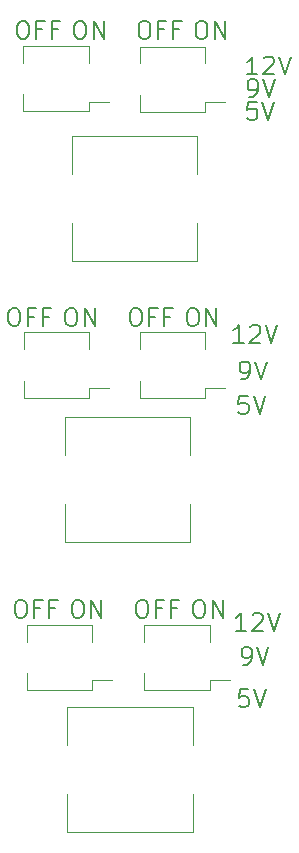
<source format=gbr>
%TF.GenerationSoftware,KiCad,Pcbnew,7.0.2*%
%TF.CreationDate,2023-05-19T15:17:25+02:00*%
%TF.ProjectId,78_1x39_1mm Solr tile,37382c31-7833-4392-9c31-6d6d20536f6c,rev?*%
%TF.SameCoordinates,Original*%
%TF.FileFunction,Legend,Top*%
%TF.FilePolarity,Positive*%
%FSLAX46Y46*%
G04 Gerber Fmt 4.6, Leading zero omitted, Abs format (unit mm)*
G04 Created by KiCad (PCBNEW 7.0.2) date 2023-05-19 15:17:25*
%MOMM*%
%LPD*%
G01*
G04 APERTURE LIST*
%ADD10C,0.200000*%
%ADD11C,0.120000*%
G04 APERTURE END LIST*
D10*
X82479999Y-38356428D02*
X82765713Y-38356428D01*
X82765713Y-38356428D02*
X82908570Y-38427857D01*
X82908570Y-38427857D02*
X83051427Y-38570714D01*
X83051427Y-38570714D02*
X83122856Y-38856428D01*
X83122856Y-38856428D02*
X83122856Y-39356428D01*
X83122856Y-39356428D02*
X83051427Y-39642142D01*
X83051427Y-39642142D02*
X82908570Y-39785000D01*
X82908570Y-39785000D02*
X82765713Y-39856428D01*
X82765713Y-39856428D02*
X82479999Y-39856428D01*
X82479999Y-39856428D02*
X82337142Y-39785000D01*
X82337142Y-39785000D02*
X82194284Y-39642142D01*
X82194284Y-39642142D02*
X82122856Y-39356428D01*
X82122856Y-39356428D02*
X82122856Y-38856428D01*
X82122856Y-38856428D02*
X82194284Y-38570714D01*
X82194284Y-38570714D02*
X82337142Y-38427857D01*
X82337142Y-38427857D02*
X82479999Y-38356428D01*
X83765713Y-39856428D02*
X83765713Y-38356428D01*
X83765713Y-38356428D02*
X84622856Y-39856428D01*
X84622856Y-39856428D02*
X84622856Y-38356428D01*
X86182857Y-65596428D02*
X85325714Y-65596428D01*
X85754285Y-65596428D02*
X85754285Y-64096428D01*
X85754285Y-64096428D02*
X85611428Y-64310714D01*
X85611428Y-64310714D02*
X85468571Y-64453571D01*
X85468571Y-64453571D02*
X85325714Y-64525000D01*
X86754285Y-64239285D02*
X86825713Y-64167857D01*
X86825713Y-64167857D02*
X86968571Y-64096428D01*
X86968571Y-64096428D02*
X87325713Y-64096428D01*
X87325713Y-64096428D02*
X87468571Y-64167857D01*
X87468571Y-64167857D02*
X87539999Y-64239285D01*
X87539999Y-64239285D02*
X87611428Y-64382142D01*
X87611428Y-64382142D02*
X87611428Y-64525000D01*
X87611428Y-64525000D02*
X87539999Y-64739285D01*
X87539999Y-64739285D02*
X86682856Y-65596428D01*
X86682856Y-65596428D02*
X87611428Y-65596428D01*
X88039999Y-64096428D02*
X88539999Y-65596428D01*
X88539999Y-65596428D02*
X89039999Y-64096428D01*
X87277143Y-45196428D02*
X86562857Y-45196428D01*
X86562857Y-45196428D02*
X86491429Y-45910714D01*
X86491429Y-45910714D02*
X86562857Y-45839285D01*
X86562857Y-45839285D02*
X86705715Y-45767857D01*
X86705715Y-45767857D02*
X87062857Y-45767857D01*
X87062857Y-45767857D02*
X87205715Y-45839285D01*
X87205715Y-45839285D02*
X87277143Y-45910714D01*
X87277143Y-45910714D02*
X87348572Y-46053571D01*
X87348572Y-46053571D02*
X87348572Y-46410714D01*
X87348572Y-46410714D02*
X87277143Y-46553571D01*
X87277143Y-46553571D02*
X87205715Y-46625000D01*
X87205715Y-46625000D02*
X87062857Y-46696428D01*
X87062857Y-46696428D02*
X86705715Y-46696428D01*
X86705715Y-46696428D02*
X86562857Y-46625000D01*
X86562857Y-46625000D02*
X86491429Y-46553571D01*
X87777143Y-45196428D02*
X88277143Y-46696428D01*
X88277143Y-46696428D02*
X88777143Y-45196428D01*
X71449999Y-62686428D02*
X71735713Y-62686428D01*
X71735713Y-62686428D02*
X71878570Y-62757857D01*
X71878570Y-62757857D02*
X72021427Y-62900714D01*
X72021427Y-62900714D02*
X72092856Y-63186428D01*
X72092856Y-63186428D02*
X72092856Y-63686428D01*
X72092856Y-63686428D02*
X72021427Y-63972142D01*
X72021427Y-63972142D02*
X71878570Y-64115000D01*
X71878570Y-64115000D02*
X71735713Y-64186428D01*
X71735713Y-64186428D02*
X71449999Y-64186428D01*
X71449999Y-64186428D02*
X71307142Y-64115000D01*
X71307142Y-64115000D02*
X71164284Y-63972142D01*
X71164284Y-63972142D02*
X71092856Y-63686428D01*
X71092856Y-63686428D02*
X71092856Y-63186428D01*
X71092856Y-63186428D02*
X71164284Y-62900714D01*
X71164284Y-62900714D02*
X71307142Y-62757857D01*
X71307142Y-62757857D02*
X71449999Y-62686428D01*
X72735713Y-64186428D02*
X72735713Y-62686428D01*
X72735713Y-62686428D02*
X73592856Y-64186428D01*
X73592856Y-64186428D02*
X73592856Y-62686428D01*
X67360000Y-38346428D02*
X67645714Y-38346428D01*
X67645714Y-38346428D02*
X67788571Y-38417857D01*
X67788571Y-38417857D02*
X67931428Y-38560714D01*
X67931428Y-38560714D02*
X68002857Y-38846428D01*
X68002857Y-38846428D02*
X68002857Y-39346428D01*
X68002857Y-39346428D02*
X67931428Y-39632142D01*
X67931428Y-39632142D02*
X67788571Y-39775000D01*
X67788571Y-39775000D02*
X67645714Y-39846428D01*
X67645714Y-39846428D02*
X67360000Y-39846428D01*
X67360000Y-39846428D02*
X67217143Y-39775000D01*
X67217143Y-39775000D02*
X67074285Y-39632142D01*
X67074285Y-39632142D02*
X67002857Y-39346428D01*
X67002857Y-39346428D02*
X67002857Y-38846428D01*
X67002857Y-38846428D02*
X67074285Y-38560714D01*
X67074285Y-38560714D02*
X67217143Y-38417857D01*
X67217143Y-38417857D02*
X67360000Y-38346428D01*
X69145714Y-39060714D02*
X68645714Y-39060714D01*
X68645714Y-39846428D02*
X68645714Y-38346428D01*
X68645714Y-38346428D02*
X69360000Y-38346428D01*
X70431428Y-39060714D02*
X69931428Y-39060714D01*
X69931428Y-39846428D02*
X69931428Y-38346428D01*
X69931428Y-38346428D02*
X70645714Y-38346428D01*
X86148571Y-92856428D02*
X86434285Y-92856428D01*
X86434285Y-92856428D02*
X86577142Y-92785000D01*
X86577142Y-92785000D02*
X86648571Y-92713571D01*
X86648571Y-92713571D02*
X86791428Y-92499285D01*
X86791428Y-92499285D02*
X86862857Y-92213571D01*
X86862857Y-92213571D02*
X86862857Y-91642142D01*
X86862857Y-91642142D02*
X86791428Y-91499285D01*
X86791428Y-91499285D02*
X86720000Y-91427857D01*
X86720000Y-91427857D02*
X86577142Y-91356428D01*
X86577142Y-91356428D02*
X86291428Y-91356428D01*
X86291428Y-91356428D02*
X86148571Y-91427857D01*
X86148571Y-91427857D02*
X86077142Y-91499285D01*
X86077142Y-91499285D02*
X86005714Y-91642142D01*
X86005714Y-91642142D02*
X86005714Y-91999285D01*
X86005714Y-91999285D02*
X86077142Y-92142142D01*
X86077142Y-92142142D02*
X86148571Y-92213571D01*
X86148571Y-92213571D02*
X86291428Y-92285000D01*
X86291428Y-92285000D02*
X86577142Y-92285000D01*
X86577142Y-92285000D02*
X86720000Y-92213571D01*
X86720000Y-92213571D02*
X86791428Y-92142142D01*
X86791428Y-92142142D02*
X86862857Y-91999285D01*
X87291428Y-91356428D02*
X87791428Y-92856428D01*
X87791428Y-92856428D02*
X88291428Y-91356428D01*
X86537143Y-70096428D02*
X85822857Y-70096428D01*
X85822857Y-70096428D02*
X85751429Y-70810714D01*
X85751429Y-70810714D02*
X85822857Y-70739285D01*
X85822857Y-70739285D02*
X85965715Y-70667857D01*
X85965715Y-70667857D02*
X86322857Y-70667857D01*
X86322857Y-70667857D02*
X86465715Y-70739285D01*
X86465715Y-70739285D02*
X86537143Y-70810714D01*
X86537143Y-70810714D02*
X86608572Y-70953571D01*
X86608572Y-70953571D02*
X86608572Y-71310714D01*
X86608572Y-71310714D02*
X86537143Y-71453571D01*
X86537143Y-71453571D02*
X86465715Y-71525000D01*
X86465715Y-71525000D02*
X86322857Y-71596428D01*
X86322857Y-71596428D02*
X85965715Y-71596428D01*
X85965715Y-71596428D02*
X85822857Y-71525000D01*
X85822857Y-71525000D02*
X85751429Y-71453571D01*
X87037143Y-70096428D02*
X87537143Y-71596428D01*
X87537143Y-71596428D02*
X88037143Y-70096428D01*
X82279999Y-87376428D02*
X82565713Y-87376428D01*
X82565713Y-87376428D02*
X82708570Y-87447857D01*
X82708570Y-87447857D02*
X82851427Y-87590714D01*
X82851427Y-87590714D02*
X82922856Y-87876428D01*
X82922856Y-87876428D02*
X82922856Y-88376428D01*
X82922856Y-88376428D02*
X82851427Y-88662142D01*
X82851427Y-88662142D02*
X82708570Y-88805000D01*
X82708570Y-88805000D02*
X82565713Y-88876428D01*
X82565713Y-88876428D02*
X82279999Y-88876428D01*
X82279999Y-88876428D02*
X82137142Y-88805000D01*
X82137142Y-88805000D02*
X81994284Y-88662142D01*
X81994284Y-88662142D02*
X81922856Y-88376428D01*
X81922856Y-88376428D02*
X81922856Y-87876428D01*
X81922856Y-87876428D02*
X81994284Y-87590714D01*
X81994284Y-87590714D02*
X82137142Y-87447857D01*
X82137142Y-87447857D02*
X82279999Y-87376428D01*
X83565713Y-88876428D02*
X83565713Y-87376428D01*
X83565713Y-87376428D02*
X84422856Y-88876428D01*
X84422856Y-88876428D02*
X84422856Y-87376428D01*
X66620000Y-62666428D02*
X66905714Y-62666428D01*
X66905714Y-62666428D02*
X67048571Y-62737857D01*
X67048571Y-62737857D02*
X67191428Y-62880714D01*
X67191428Y-62880714D02*
X67262857Y-63166428D01*
X67262857Y-63166428D02*
X67262857Y-63666428D01*
X67262857Y-63666428D02*
X67191428Y-63952142D01*
X67191428Y-63952142D02*
X67048571Y-64095000D01*
X67048571Y-64095000D02*
X66905714Y-64166428D01*
X66905714Y-64166428D02*
X66620000Y-64166428D01*
X66620000Y-64166428D02*
X66477143Y-64095000D01*
X66477143Y-64095000D02*
X66334285Y-63952142D01*
X66334285Y-63952142D02*
X66262857Y-63666428D01*
X66262857Y-63666428D02*
X66262857Y-63166428D01*
X66262857Y-63166428D02*
X66334285Y-62880714D01*
X66334285Y-62880714D02*
X66477143Y-62737857D01*
X66477143Y-62737857D02*
X66620000Y-62666428D01*
X68405714Y-63380714D02*
X67905714Y-63380714D01*
X67905714Y-64166428D02*
X67905714Y-62666428D01*
X67905714Y-62666428D02*
X68620000Y-62666428D01*
X69691428Y-63380714D02*
X69191428Y-63380714D01*
X69191428Y-64166428D02*
X69191428Y-62666428D01*
X69191428Y-62666428D02*
X69905714Y-62666428D01*
X76910000Y-62656428D02*
X77195714Y-62656428D01*
X77195714Y-62656428D02*
X77338571Y-62727857D01*
X77338571Y-62727857D02*
X77481428Y-62870714D01*
X77481428Y-62870714D02*
X77552857Y-63156428D01*
X77552857Y-63156428D02*
X77552857Y-63656428D01*
X77552857Y-63656428D02*
X77481428Y-63942142D01*
X77481428Y-63942142D02*
X77338571Y-64085000D01*
X77338571Y-64085000D02*
X77195714Y-64156428D01*
X77195714Y-64156428D02*
X76910000Y-64156428D01*
X76910000Y-64156428D02*
X76767143Y-64085000D01*
X76767143Y-64085000D02*
X76624285Y-63942142D01*
X76624285Y-63942142D02*
X76552857Y-63656428D01*
X76552857Y-63656428D02*
X76552857Y-63156428D01*
X76552857Y-63156428D02*
X76624285Y-62870714D01*
X76624285Y-62870714D02*
X76767143Y-62727857D01*
X76767143Y-62727857D02*
X76910000Y-62656428D01*
X78695714Y-63370714D02*
X78195714Y-63370714D01*
X78195714Y-64156428D02*
X78195714Y-62656428D01*
X78195714Y-62656428D02*
X78910000Y-62656428D01*
X79981428Y-63370714D02*
X79481428Y-63370714D01*
X79481428Y-64156428D02*
X79481428Y-62656428D01*
X79481428Y-62656428D02*
X80195714Y-62656428D01*
X72189999Y-38366428D02*
X72475713Y-38366428D01*
X72475713Y-38366428D02*
X72618570Y-38437857D01*
X72618570Y-38437857D02*
X72761427Y-38580714D01*
X72761427Y-38580714D02*
X72832856Y-38866428D01*
X72832856Y-38866428D02*
X72832856Y-39366428D01*
X72832856Y-39366428D02*
X72761427Y-39652142D01*
X72761427Y-39652142D02*
X72618570Y-39795000D01*
X72618570Y-39795000D02*
X72475713Y-39866428D01*
X72475713Y-39866428D02*
X72189999Y-39866428D01*
X72189999Y-39866428D02*
X72047142Y-39795000D01*
X72047142Y-39795000D02*
X71904284Y-39652142D01*
X71904284Y-39652142D02*
X71832856Y-39366428D01*
X71832856Y-39366428D02*
X71832856Y-38866428D01*
X71832856Y-38866428D02*
X71904284Y-38580714D01*
X71904284Y-38580714D02*
X72047142Y-38437857D01*
X72047142Y-38437857D02*
X72189999Y-38366428D01*
X73475713Y-39866428D02*
X73475713Y-38366428D01*
X73475713Y-38366428D02*
X74332856Y-39866428D01*
X74332856Y-39866428D02*
X74332856Y-38366428D01*
X86658571Y-44796428D02*
X86944285Y-44796428D01*
X86944285Y-44796428D02*
X87087142Y-44725000D01*
X87087142Y-44725000D02*
X87158571Y-44653571D01*
X87158571Y-44653571D02*
X87301428Y-44439285D01*
X87301428Y-44439285D02*
X87372857Y-44153571D01*
X87372857Y-44153571D02*
X87372857Y-43582142D01*
X87372857Y-43582142D02*
X87301428Y-43439285D01*
X87301428Y-43439285D02*
X87230000Y-43367857D01*
X87230000Y-43367857D02*
X87087142Y-43296428D01*
X87087142Y-43296428D02*
X86801428Y-43296428D01*
X86801428Y-43296428D02*
X86658571Y-43367857D01*
X86658571Y-43367857D02*
X86587142Y-43439285D01*
X86587142Y-43439285D02*
X86515714Y-43582142D01*
X86515714Y-43582142D02*
X86515714Y-43939285D01*
X86515714Y-43939285D02*
X86587142Y-44082142D01*
X86587142Y-44082142D02*
X86658571Y-44153571D01*
X86658571Y-44153571D02*
X86801428Y-44225000D01*
X86801428Y-44225000D02*
X87087142Y-44225000D01*
X87087142Y-44225000D02*
X87230000Y-44153571D01*
X87230000Y-44153571D02*
X87301428Y-44082142D01*
X87301428Y-44082142D02*
X87372857Y-43939285D01*
X87801428Y-43296428D02*
X88301428Y-44796428D01*
X88301428Y-44796428D02*
X88801428Y-43296428D01*
X85988571Y-68686428D02*
X86274285Y-68686428D01*
X86274285Y-68686428D02*
X86417142Y-68615000D01*
X86417142Y-68615000D02*
X86488571Y-68543571D01*
X86488571Y-68543571D02*
X86631428Y-68329285D01*
X86631428Y-68329285D02*
X86702857Y-68043571D01*
X86702857Y-68043571D02*
X86702857Y-67472142D01*
X86702857Y-67472142D02*
X86631428Y-67329285D01*
X86631428Y-67329285D02*
X86560000Y-67257857D01*
X86560000Y-67257857D02*
X86417142Y-67186428D01*
X86417142Y-67186428D02*
X86131428Y-67186428D01*
X86131428Y-67186428D02*
X85988571Y-67257857D01*
X85988571Y-67257857D02*
X85917142Y-67329285D01*
X85917142Y-67329285D02*
X85845714Y-67472142D01*
X85845714Y-67472142D02*
X85845714Y-67829285D01*
X85845714Y-67829285D02*
X85917142Y-67972142D01*
X85917142Y-67972142D02*
X85988571Y-68043571D01*
X85988571Y-68043571D02*
X86131428Y-68115000D01*
X86131428Y-68115000D02*
X86417142Y-68115000D01*
X86417142Y-68115000D02*
X86560000Y-68043571D01*
X86560000Y-68043571D02*
X86631428Y-67972142D01*
X86631428Y-67972142D02*
X86702857Y-67829285D01*
X87131428Y-67186428D02*
X87631428Y-68686428D01*
X87631428Y-68686428D02*
X88131428Y-67186428D01*
X77450000Y-87356428D02*
X77735714Y-87356428D01*
X77735714Y-87356428D02*
X77878571Y-87427857D01*
X77878571Y-87427857D02*
X78021428Y-87570714D01*
X78021428Y-87570714D02*
X78092857Y-87856428D01*
X78092857Y-87856428D02*
X78092857Y-88356428D01*
X78092857Y-88356428D02*
X78021428Y-88642142D01*
X78021428Y-88642142D02*
X77878571Y-88785000D01*
X77878571Y-88785000D02*
X77735714Y-88856428D01*
X77735714Y-88856428D02*
X77450000Y-88856428D01*
X77450000Y-88856428D02*
X77307143Y-88785000D01*
X77307143Y-88785000D02*
X77164285Y-88642142D01*
X77164285Y-88642142D02*
X77092857Y-88356428D01*
X77092857Y-88356428D02*
X77092857Y-87856428D01*
X77092857Y-87856428D02*
X77164285Y-87570714D01*
X77164285Y-87570714D02*
X77307143Y-87427857D01*
X77307143Y-87427857D02*
X77450000Y-87356428D01*
X79235714Y-88070714D02*
X78735714Y-88070714D01*
X78735714Y-88856428D02*
X78735714Y-87356428D01*
X78735714Y-87356428D02*
X79450000Y-87356428D01*
X80521428Y-88070714D02*
X80021428Y-88070714D01*
X80021428Y-88856428D02*
X80021428Y-87356428D01*
X80021428Y-87356428D02*
X80735714Y-87356428D01*
X86372857Y-89966428D02*
X85515714Y-89966428D01*
X85944285Y-89966428D02*
X85944285Y-88466428D01*
X85944285Y-88466428D02*
X85801428Y-88680714D01*
X85801428Y-88680714D02*
X85658571Y-88823571D01*
X85658571Y-88823571D02*
X85515714Y-88895000D01*
X86944285Y-88609285D02*
X87015713Y-88537857D01*
X87015713Y-88537857D02*
X87158571Y-88466428D01*
X87158571Y-88466428D02*
X87515713Y-88466428D01*
X87515713Y-88466428D02*
X87658571Y-88537857D01*
X87658571Y-88537857D02*
X87729999Y-88609285D01*
X87729999Y-88609285D02*
X87801428Y-88752142D01*
X87801428Y-88752142D02*
X87801428Y-88895000D01*
X87801428Y-88895000D02*
X87729999Y-89109285D01*
X87729999Y-89109285D02*
X86872856Y-89966428D01*
X86872856Y-89966428D02*
X87801428Y-89966428D01*
X88229999Y-88466428D02*
X88729999Y-89966428D01*
X88729999Y-89966428D02*
X89229999Y-88466428D01*
X67160000Y-87366428D02*
X67445714Y-87366428D01*
X67445714Y-87366428D02*
X67588571Y-87437857D01*
X67588571Y-87437857D02*
X67731428Y-87580714D01*
X67731428Y-87580714D02*
X67802857Y-87866428D01*
X67802857Y-87866428D02*
X67802857Y-88366428D01*
X67802857Y-88366428D02*
X67731428Y-88652142D01*
X67731428Y-88652142D02*
X67588571Y-88795000D01*
X67588571Y-88795000D02*
X67445714Y-88866428D01*
X67445714Y-88866428D02*
X67160000Y-88866428D01*
X67160000Y-88866428D02*
X67017143Y-88795000D01*
X67017143Y-88795000D02*
X66874285Y-88652142D01*
X66874285Y-88652142D02*
X66802857Y-88366428D01*
X66802857Y-88366428D02*
X66802857Y-87866428D01*
X66802857Y-87866428D02*
X66874285Y-87580714D01*
X66874285Y-87580714D02*
X67017143Y-87437857D01*
X67017143Y-87437857D02*
X67160000Y-87366428D01*
X68945714Y-88080714D02*
X68445714Y-88080714D01*
X68445714Y-88866428D02*
X68445714Y-87366428D01*
X68445714Y-87366428D02*
X69160000Y-87366428D01*
X70231428Y-88080714D02*
X69731428Y-88080714D01*
X69731428Y-88866428D02*
X69731428Y-87366428D01*
X69731428Y-87366428D02*
X70445714Y-87366428D01*
X87350001Y-42856428D02*
X86492858Y-42856428D01*
X86921429Y-42856428D02*
X86921429Y-41356428D01*
X86921429Y-41356428D02*
X86778572Y-41570714D01*
X86778572Y-41570714D02*
X86635715Y-41713571D01*
X86635715Y-41713571D02*
X86492858Y-41785000D01*
X87921429Y-41499285D02*
X87992857Y-41427857D01*
X87992857Y-41427857D02*
X88135715Y-41356428D01*
X88135715Y-41356428D02*
X88492857Y-41356428D01*
X88492857Y-41356428D02*
X88635715Y-41427857D01*
X88635715Y-41427857D02*
X88707143Y-41499285D01*
X88707143Y-41499285D02*
X88778572Y-41642142D01*
X88778572Y-41642142D02*
X88778572Y-41785000D01*
X88778572Y-41785000D02*
X88707143Y-41999285D01*
X88707143Y-41999285D02*
X87850000Y-42856428D01*
X87850000Y-42856428D02*
X88778572Y-42856428D01*
X89207143Y-41356428D02*
X89707143Y-42856428D01*
X89707143Y-42856428D02*
X90207143Y-41356428D01*
X81739999Y-62676428D02*
X82025713Y-62676428D01*
X82025713Y-62676428D02*
X82168570Y-62747857D01*
X82168570Y-62747857D02*
X82311427Y-62890714D01*
X82311427Y-62890714D02*
X82382856Y-63176428D01*
X82382856Y-63176428D02*
X82382856Y-63676428D01*
X82382856Y-63676428D02*
X82311427Y-63962142D01*
X82311427Y-63962142D02*
X82168570Y-64105000D01*
X82168570Y-64105000D02*
X82025713Y-64176428D01*
X82025713Y-64176428D02*
X81739999Y-64176428D01*
X81739999Y-64176428D02*
X81597142Y-64105000D01*
X81597142Y-64105000D02*
X81454284Y-63962142D01*
X81454284Y-63962142D02*
X81382856Y-63676428D01*
X81382856Y-63676428D02*
X81382856Y-63176428D01*
X81382856Y-63176428D02*
X81454284Y-62890714D01*
X81454284Y-62890714D02*
X81597142Y-62747857D01*
X81597142Y-62747857D02*
X81739999Y-62676428D01*
X83025713Y-64176428D02*
X83025713Y-62676428D01*
X83025713Y-62676428D02*
X83882856Y-64176428D01*
X83882856Y-64176428D02*
X83882856Y-62676428D01*
X71989999Y-87386428D02*
X72275713Y-87386428D01*
X72275713Y-87386428D02*
X72418570Y-87457857D01*
X72418570Y-87457857D02*
X72561427Y-87600714D01*
X72561427Y-87600714D02*
X72632856Y-87886428D01*
X72632856Y-87886428D02*
X72632856Y-88386428D01*
X72632856Y-88386428D02*
X72561427Y-88672142D01*
X72561427Y-88672142D02*
X72418570Y-88815000D01*
X72418570Y-88815000D02*
X72275713Y-88886428D01*
X72275713Y-88886428D02*
X71989999Y-88886428D01*
X71989999Y-88886428D02*
X71847142Y-88815000D01*
X71847142Y-88815000D02*
X71704284Y-88672142D01*
X71704284Y-88672142D02*
X71632856Y-88386428D01*
X71632856Y-88386428D02*
X71632856Y-87886428D01*
X71632856Y-87886428D02*
X71704284Y-87600714D01*
X71704284Y-87600714D02*
X71847142Y-87457857D01*
X71847142Y-87457857D02*
X71989999Y-87386428D01*
X73275713Y-88886428D02*
X73275713Y-87386428D01*
X73275713Y-87386428D02*
X74132856Y-88886428D01*
X74132856Y-88886428D02*
X74132856Y-87386428D01*
X77650000Y-38336428D02*
X77935714Y-38336428D01*
X77935714Y-38336428D02*
X78078571Y-38407857D01*
X78078571Y-38407857D02*
X78221428Y-38550714D01*
X78221428Y-38550714D02*
X78292857Y-38836428D01*
X78292857Y-38836428D02*
X78292857Y-39336428D01*
X78292857Y-39336428D02*
X78221428Y-39622142D01*
X78221428Y-39622142D02*
X78078571Y-39765000D01*
X78078571Y-39765000D02*
X77935714Y-39836428D01*
X77935714Y-39836428D02*
X77650000Y-39836428D01*
X77650000Y-39836428D02*
X77507143Y-39765000D01*
X77507143Y-39765000D02*
X77364285Y-39622142D01*
X77364285Y-39622142D02*
X77292857Y-39336428D01*
X77292857Y-39336428D02*
X77292857Y-38836428D01*
X77292857Y-38836428D02*
X77364285Y-38550714D01*
X77364285Y-38550714D02*
X77507143Y-38407857D01*
X77507143Y-38407857D02*
X77650000Y-38336428D01*
X79435714Y-39050714D02*
X78935714Y-39050714D01*
X78935714Y-39836428D02*
X78935714Y-38336428D01*
X78935714Y-38336428D02*
X79650000Y-38336428D01*
X80721428Y-39050714D02*
X80221428Y-39050714D01*
X80221428Y-39836428D02*
X80221428Y-38336428D01*
X80221428Y-38336428D02*
X80935714Y-38336428D01*
X86557143Y-94946428D02*
X85842857Y-94946428D01*
X85842857Y-94946428D02*
X85771429Y-95660714D01*
X85771429Y-95660714D02*
X85842857Y-95589285D01*
X85842857Y-95589285D02*
X85985715Y-95517857D01*
X85985715Y-95517857D02*
X86342857Y-95517857D01*
X86342857Y-95517857D02*
X86485715Y-95589285D01*
X86485715Y-95589285D02*
X86557143Y-95660714D01*
X86557143Y-95660714D02*
X86628572Y-95803571D01*
X86628572Y-95803571D02*
X86628572Y-96160714D01*
X86628572Y-96160714D02*
X86557143Y-96303571D01*
X86557143Y-96303571D02*
X86485715Y-96375000D01*
X86485715Y-96375000D02*
X86342857Y-96446428D01*
X86342857Y-96446428D02*
X85985715Y-96446428D01*
X85985715Y-96446428D02*
X85842857Y-96375000D01*
X85842857Y-96375000D02*
X85771429Y-96303571D01*
X87057143Y-94946428D02*
X87557143Y-96446428D01*
X87557143Y-96446428D02*
X88057143Y-94946428D01*
D11*
%TO.C,ML1*%
X82250000Y-58690000D02*
X71650000Y-58690000D01*
X82250000Y-55490000D02*
X82250000Y-58690000D01*
X82250000Y-48090000D02*
X82250000Y-51290000D01*
X71650000Y-58690000D02*
X71650000Y-55490000D01*
X71650000Y-51290000D02*
X71650000Y-48090000D01*
X71650000Y-48090000D02*
X82250000Y-48090000D01*
%TO.C,ML5*%
X81860000Y-107010000D02*
X71260000Y-107010000D01*
X81860000Y-103810000D02*
X81860000Y-107010000D01*
X81860000Y-96410000D02*
X81860000Y-99610000D01*
X71260000Y-107010000D02*
X71260000Y-103810000D01*
X71260000Y-99610000D02*
X71260000Y-96410000D01*
X71260000Y-96410000D02*
X81860000Y-96410000D01*
%TO.C,J5*%
X84991000Y-94165000D02*
X83305000Y-94165000D01*
X83305000Y-94981000D02*
X83305000Y-94165000D01*
X83305000Y-94981000D02*
X77785000Y-94981000D01*
X83305000Y-90885000D02*
X83305000Y-89450000D01*
X83305000Y-89450000D02*
X77785000Y-89450000D01*
X77785000Y-94981000D02*
X77785000Y-93546000D01*
X77785000Y-90885000D02*
X77785000Y-89450000D01*
%TO.C,J1*%
X84611000Y-45225000D02*
X82925000Y-45225000D01*
X82925000Y-46041000D02*
X82925000Y-45225000D01*
X82925000Y-46041000D02*
X77405000Y-46041000D01*
X82925000Y-41945000D02*
X82925000Y-40510000D01*
X82925000Y-40510000D02*
X77405000Y-40510000D01*
X77405000Y-46041000D02*
X77405000Y-44606000D01*
X77405000Y-41945000D02*
X77405000Y-40510000D01*
%TO.C,J4*%
X84636000Y-69410000D02*
X82950000Y-69410000D01*
X82950000Y-70226000D02*
X82950000Y-69410000D01*
X82950000Y-70226000D02*
X77430000Y-70226000D01*
X82950000Y-66130000D02*
X82950000Y-64695000D01*
X82950000Y-64695000D02*
X77430000Y-64695000D01*
X77430000Y-70226000D02*
X77430000Y-68791000D01*
X77430000Y-66130000D02*
X77430000Y-64695000D01*
%TO.C,ML3*%
X81680000Y-82470000D02*
X71080000Y-82470000D01*
X81680000Y-79270000D02*
X81680000Y-82470000D01*
X81680000Y-71870000D02*
X81680000Y-75070000D01*
X71080000Y-82470000D02*
X71080000Y-79270000D01*
X71080000Y-75070000D02*
X71080000Y-71870000D01*
X71080000Y-71870000D02*
X81680000Y-71870000D01*
%TO.C,J2*%
X74751000Y-45165000D02*
X73065000Y-45165000D01*
X73065000Y-45981000D02*
X73065000Y-45165000D01*
X73065000Y-45981000D02*
X67545000Y-45981000D01*
X73065000Y-41885000D02*
X73065000Y-40450000D01*
X73065000Y-40450000D02*
X67545000Y-40450000D01*
X67545000Y-45981000D02*
X67545000Y-44546000D01*
X67545000Y-41885000D02*
X67545000Y-40450000D01*
%TO.C,J6*%
X75051000Y-94165000D02*
X73365000Y-94165000D01*
X73365000Y-94981000D02*
X73365000Y-94165000D01*
X73365000Y-94981000D02*
X67845000Y-94981000D01*
X73365000Y-90885000D02*
X73365000Y-89450000D01*
X73365000Y-89450000D02*
X67845000Y-89450000D01*
X67845000Y-94981000D02*
X67845000Y-93546000D01*
X67845000Y-90885000D02*
X67845000Y-89450000D01*
%TO.C,J3*%
X74756000Y-69430000D02*
X73070000Y-69430000D01*
X73070000Y-70246000D02*
X73070000Y-69430000D01*
X73070000Y-70246000D02*
X67550000Y-70246000D01*
X73070000Y-66150000D02*
X73070000Y-64715000D01*
X73070000Y-64715000D02*
X67550000Y-64715000D01*
X67550000Y-70246000D02*
X67550000Y-68811000D01*
X67550000Y-66150000D02*
X67550000Y-64715000D01*
%TD*%
M02*

</source>
